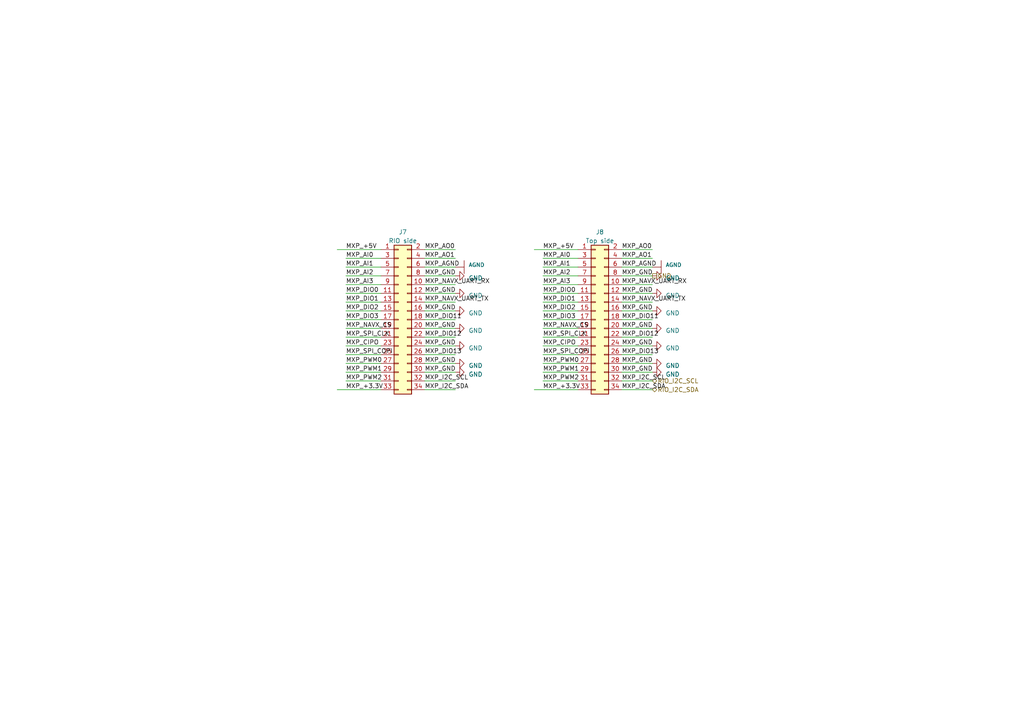
<source format=kicad_sch>
(kicad_sch (version 20230121) (generator eeschema)
  (paper "A4")
  (title_block (title "ConnectorX") (date "2023-11-14") (rev "2") (company "Evan Rust"))
  (lib_symbols
    (symbol "Connector_Generic:Conn_02x17_Odd_Even" (pin_names (offset 1.016) hide)
      (property "Reference" "J" (at 1.27 22.86 0))
      (property "Value" "Conn_02x17_Odd_Even" (at 1.27 -22.86 0))
      (symbol "Conn_02x17_Odd_Even_1_1"
        (rectangle (start -1.27 -20.193) (end 0 -20.447) (stroke (width 0.1524)))
        (rectangle (start -1.27 -17.653) (end 0 -17.907) (stroke (width 0.1524)))
        (rectangle (start -1.27 -15.113) (end 0 -15.367) (stroke (width 0.1524)))
        (rectangle (start -1.27 -12.573) (end 0 -12.827) (stroke (width 0.1524)))
        (rectangle (start -1.27 -10.033) (end 0 -10.287) (stroke (width 0.1524)))
        (rectangle (start -1.27 -7.493) (end 0 -7.747) (stroke (width 0.1524)))
        (rectangle (start -1.27 -4.953) (end 0 -5.207) (stroke (width 0.1524)))
        (rectangle (start -1.27 -2.413) (end 0 -2.667) (stroke (width 0.1524)))
        (rectangle (start -1.27 0.127) (end 0 -0.127) (stroke (width 0.1524)))
        (rectangle (start -1.27 2.667) (end 0 2.413) (stroke (width 0.1524)))
        (rectangle (start -1.27 5.207) (end 0 4.953) (stroke (width 0.1524)))
        (rectangle (start -1.27 7.747) (end 0 7.493) (stroke (width 0.1524)))
        (rectangle (start -1.27 10.287) (end 0 10.033) (stroke (width 0.1524)))
        (rectangle (start -1.27 12.827) (end 0 12.573) (stroke (width 0.1524)))
        (rectangle (start -1.27 15.367) (end 0 15.113) (stroke (width 0.1524)))
        (rectangle (start -1.27 17.907) (end 0 17.653) (stroke (width 0.1524)))
        (rectangle (start -1.27 20.447) (end 0 20.193) (stroke (width 0.1524)))
        (rectangle (start -1.27 21.59) (end 3.81 -21.59) (stroke (width 0.254)) (fill (type background)))
        (rectangle (start 3.81 -20.193) (end 2.54 -20.447) (stroke (width 0.1524)))
        (rectangle (start 3.81 -17.653) (end 2.54 -17.907) (stroke (width 0.1524)))
        (rectangle (start 3.81 -15.113) (end 2.54 -15.367) (stroke (width 0.1524)))
        (rectangle (start 3.81 -12.573) (end 2.54 -12.827) (stroke (width 0.1524)))
        (rectangle (start 3.81 -10.033) (end 2.54 -10.287) (stroke (width 0.1524)))
        (rectangle (start 3.81 -7.493) (end 2.54 -7.747) (stroke (width 0.1524)))
        (rectangle (start 3.81 -4.953) (end 2.54 -5.207) (stroke (width 0.1524)))
        (rectangle (start 3.81 -2.413) (end 2.54 -2.667) (stroke (width 0.1524)))
        (rectangle (start 3.81 0.127) (end 2.54 -0.127) (stroke (width 0.1524)))
        (rectangle (start 3.81 2.667) (end 2.54 2.413) (stroke (width 0.1524)))
        (rectangle (start 3.81 5.207) (end 2.54 4.953) (stroke (width 0.1524)))
        (rectangle (start 3.81 7.747) (end 2.54 7.493) (stroke (width 0.1524)))
        (rectangle (start 3.81 10.287) (end 2.54 10.033) (stroke (width 0.1524)))
        (rectangle (start 3.81 12.827) (end 2.54 12.573) (stroke (width 0.1524)))
        (rectangle (start 3.81 15.367) (end 2.54 15.113) (stroke (width 0.1524)))
        (rectangle (start 3.81 17.907) (end 2.54 17.653) (stroke (width 0.1524)))
        (rectangle (start 3.81 20.447) (end 2.54 20.193) (stroke (width 0.1524)))
        (pin passive line (at -5.08 20.32 0) (length 3.81) (name "Pin_1") (number "1"))
        (pin passive line (at 7.62 10.16 180) (length 3.81) (name "Pin_10") (number "10"))
        (pin passive line (at -5.08 7.62 0) (length 3.81) (name "Pin_11") (number "11"))
        (pin passive line (at 7.62 7.62 180) (length 3.81) (name "Pin_12") (number "12"))
        (pin passive line (at -5.08 5.08 0) (length 3.81) (name "Pin_13") (number "13"))
        (pin passive line (at 7.62 5.08 180) (length 3.81) (name "Pin_14") (number "14"))
        (pin passive line (at -5.08 2.54 0) (length 3.81) (name "Pin_15") (number "15"))
        (pin passive line (at 7.62 2.54 180) (length 3.81) (name "Pin_16") (number "16"))
        (pin passive line (at -5.08 0 0) (length 3.81) (name "Pin_17") (number "17"))
        (pin passive line (at 7.62 0 180) (length 3.81) (name "Pin_18") (number "18"))
        (pin passive line (at -5.08 -2.54 0) (length 3.81) (name "Pin_19") (number "19"))
        (pin passive line (at 7.62 20.32 180) (length 3.81) (name "Pin_2") (number "2"))
        (pin passive line (at 7.62 -2.54 180) (length 3.81) (name "Pin_20") (number "20"))
        (pin passive line (at -5.08 -5.08 0) (length 3.81) (name "Pin_21") (number "21"))
        (pin passive line (at 7.62 -5.08 180) (length 3.81) (name "Pin_22") (number "22"))
        (pin passive line (at -5.08 -7.62 0) (length 3.81) (name "Pin_23") (number "23"))
        (pin passive line (at 7.62 -7.62 180) (length 3.81) (name "Pin_24") (number "24"))
        (pin passive line (at -5.08 -10.16 0) (length 3.81) (name "Pin_25") (number "25"))
        (pin passive line (at 7.62 -10.16 180) (length 3.81) (name "Pin_26") (number "26"))
        (pin passive line (at -5.08 -12.7 0) (length 3.81) (name "Pin_27") (number "27"))
        (pin passive line (at 7.62 -12.7 180) (length 3.81) (name "Pin_28") (number "28"))
        (pin passive line (at -5.08 -15.24 0) (length 3.81) (name "Pin_29") (number "29"))
        (pin passive line (at -5.08 17.78 0) (length 3.81) (name "Pin_3") (number "3"))
        (pin passive line (at 7.62 -15.24 180) (length 3.81) (name "Pin_30") (number "30"))
        (pin passive line (at -5.08 -17.78 0) (length 3.81) (name "Pin_31") (number "31"))
        (pin passive line (at 7.62 -17.78 180) (length 3.81) (name "Pin_32") (number "32"))
        (pin passive line (at -5.08 -20.32 0) (length 3.81) (name "Pin_33") (number "33"))
        (pin passive line (at 7.62 -20.32 180) (length 3.81) (name "Pin_34") (number "34"))
        (pin passive line (at 7.62 17.78 180) (length 3.81) (name "Pin_4") (number "4"))
        (pin passive line (at -5.08 15.24 0) (length 3.81) (name "Pin_5") (number "5"))
        (pin passive line (at 7.62 15.24 180) (length 3.81) (name "Pin_6") (number "6"))
        (pin passive line (at -5.08 12.7 0) (length 3.81) (name "Pin_7") (number "7"))
        (pin passive line (at 7.62 12.7 180) (length 3.81) (name "Pin_8") (number "8"))
        (pin passive line (at -5.08 10.16 0) (length 3.81) (name "Pin_9") (number "9"))
      )
    )
    (symbol "SparkFun-PowerSymbols:AGND" (power) (pin_numbers hide) (pin_names (offset 1.016) hide)
      (property "Value" "AGND" (at -2.159 -5.08 0))
      (property "Footprint" "XXX-00000" (at 0 2.54 0))
      (symbol "AGND_1_0"
        (polyline (pts (xy -1.905 -2.54) (xy 1.905 -2.54)))
        (polyline (pts (xy 0 0) (xy 0 -2.54)))
      )
      (symbol "AGND_1_1"
        (pin power_in line (at 0 0 270) (length 0) hide (name "AGND") (number "~"))
      )
    )
    (symbol "power:GND" (power) (pin_names (offset 0))
      (property "Value" "GND" (at 0 -3.81 0))
      (symbol "GND_0_1"
        (polyline (pts (xy 0 0) (xy 0 -1.27) (xy 1.27 -1.27) (xy 0 -2.54) (xy -1.27 -1.27) (xy 0 -1.27)))
      )
      (symbol "GND_1_1"
        (pin power_in line (at 0 0 270) (length 0) hide (name "GND") (number "1"))
      )
    )
  )
  (wire (pts (xy 180.34 110.49) (xy 189.23 110.49)))
  (wire (pts (xy 157.48 74.93) (xy 167.64 74.93)))
  (wire (pts (xy 100.33 74.93) (xy 110.49 74.93)))
  (wire (pts (xy 180.34 100.33) (xy 189.23 100.33)))
  (wire (pts (xy 180.34 107.95) (xy 189.23 107.95)))
  (wire (pts (xy 123.19 107.95) (xy 132.08 107.95)))
  (wire (pts (xy 154.94 113.03) (xy 167.64 113.03)))
  (wire (pts (xy 154.94 72.39) (xy 167.64 72.39)))
  (wire (pts (xy 180.34 102.87) (xy 189.23 102.87)))
  (wire (pts (xy 100.33 80.01) (xy 110.49 80.01)))
  (wire (pts (xy 97.79 113.03) (xy 110.49 113.03)))
  (wire (pts (xy 123.19 95.25) (xy 132.08 95.25)))
  (wire (pts (xy 100.33 82.55) (xy 110.49 82.55)))
  (wire (pts (xy 180.34 92.71) (xy 189.23 92.71)))
  (wire (pts (xy 100.33 92.71) (xy 110.49 92.71)))
  (wire (pts (xy 100.33 100.33) (xy 110.49 100.33)))
  (wire (pts (xy 100.33 95.25) (xy 110.49 95.25)))
  (wire (pts (xy 123.19 90.17) (xy 132.08 90.17)))
  (wire (pts (xy 180.34 87.63) (xy 189.23 87.63)))
  (wire (pts (xy 157.48 105.41) (xy 167.64 105.41)))
  (wire (pts (xy 157.48 77.47) (xy 167.64 77.47)))
  (wire (pts (xy 180.34 113.03) (xy 189.23 113.03)))
  (wire (pts (xy 157.48 97.79) (xy 167.64 97.79)))
  (wire (pts (xy 100.33 77.47) (xy 110.49 77.47)))
  (wire (pts (xy 123.19 77.47) (xy 132.08 77.47)))
  (wire (pts (xy 100.33 105.41) (xy 110.49 105.41)))
  (wire (pts (xy 123.19 80.01) (xy 132.08 80.01)))
  (wire (pts (xy 123.19 74.93) (xy 132.08 74.93)))
  (wire (pts (xy 180.34 80.01) (xy 189.23 80.01)))
  (wire (pts (xy 180.34 77.47) (xy 189.23 77.47)))
  (wire (pts (xy 180.34 97.79) (xy 189.23 97.79)))
  (wire (pts (xy 123.19 85.09) (xy 132.08 85.09)))
  (wire (pts (xy 180.34 72.39) (xy 189.23 72.39)))
  (wire (pts (xy 157.48 92.71) (xy 167.64 92.71)))
  (wire (pts (xy 100.33 90.17) (xy 110.49 90.17)))
  (wire (pts (xy 100.33 102.87) (xy 110.49 102.87)))
  (wire (pts (xy 123.19 113.03) (xy 132.08 113.03)))
  (wire (pts (xy 157.48 90.17) (xy 167.64 90.17)))
  (wire (pts (xy 157.48 80.01) (xy 167.64 80.01)))
  (wire (pts (xy 180.34 105.41) (xy 189.23 105.41)))
  (wire (pts (xy 100.33 97.79) (xy 110.49 97.79)))
  (wire (pts (xy 180.34 90.17) (xy 189.23 90.17)))
  (wire (pts (xy 100.33 110.49) (xy 110.49 110.49)))
  (wire (pts (xy 157.48 102.87) (xy 167.64 102.87)))
  (wire (pts (xy 97.79 72.39) (xy 110.49 72.39)))
  (wire (pts (xy 123.19 87.63) (xy 132.08 87.63)))
  (wire (pts (xy 123.19 97.79) (xy 132.08 97.79)))
  (wire (pts (xy 100.33 107.95) (xy 110.49 107.95)))
  (wire (pts (xy 157.48 87.63) (xy 167.64 87.63)))
  (wire (pts (xy 157.48 107.95) (xy 167.64 107.95)))
  (wire (pts (xy 100.33 87.63) (xy 110.49 87.63)))
  (wire (pts (xy 157.48 82.55) (xy 167.64 82.55)))
  (wire (pts (xy 157.48 85.09) (xy 167.64 85.09)))
  (wire (pts (xy 180.34 85.09) (xy 189.23 85.09)))
  (wire (pts (xy 123.19 105.41) (xy 132.08 105.41)))
  (wire (pts (xy 123.19 72.39) (xy 132.08 72.39)))
  (wire (pts (xy 123.19 102.87) (xy 132.08 102.87)))
  (wire (pts (xy 123.19 82.55) (xy 132.08 82.55)))
  (wire (pts (xy 123.19 110.49) (xy 132.08 110.49)))
  (wire (pts (xy 180.34 82.55) (xy 189.23 82.55)))
  (wire (pts (xy 157.48 100.33) (xy 167.64 100.33)))
  (wire (pts (xy 157.48 110.49) (xy 167.64 110.49)))
  (wire (pts (xy 100.33 85.09) (xy 110.49 85.09)))
  (wire (pts (xy 123.19 92.71) (xy 132.08 92.71)))
  (wire (pts (xy 157.48 95.25) (xy 167.64 95.25)))
  (wire (pts (xy 180.34 95.25) (xy 189.23 95.25)))
  (wire (pts (xy 123.19 100.33) (xy 132.08 100.33)))
  (wire (pts (xy 180.34 74.93) (xy 189.23 74.93)))
  (label "MXP_AI1" (at 100.33 77.47 0))
  (label "MXP_+5V" (at 157.48 72.39 0))
  (label "MXP_SPI_COPI" (at 157.48 102.87 0))
  (label "MXP_AI0" (at 100.33 74.93 0))
  (label "MXP_PWM2" (at 157.48 110.49 0))
  (label "MXP_+5V" (at 100.33 72.39 0))
  (label "MXP_SPI_COPI" (at 100.33 102.87 0))
  (label "MXP_GND" (at 180.34 107.95 0))
  (label "MXP_NAVX_UART_RX" (at 123.19 82.55 0))
  (label "MXP_PWM1" (at 100.33 107.95 0))
  (label "MXP_I2C_SCL" (at 180.34 110.49 0))
  (label "MXP_GND" (at 180.34 105.41 0))
  (label "MXP_DIO13" (at 180.34 102.87 0))
  (label "MXP_AO0" (at 123.19 72.39 0))
  (label "MXP_DIO1" (at 100.33 87.63 0))
  (label "MXP_DIO2" (at 100.33 90.17 0))
  (label "MXP_AI3" (at 157.48 82.55 0))
  (label "MXP_SPI_CLK" (at 157.48 97.79 0))
  (label "MXP_DIO2" (at 157.48 90.17 0))
  (label "MXP_PWM0" (at 100.33 105.41 0))
  (label "MXP_AGND" (at 123.19 77.47 0))
  (label "MXP_DIO0" (at 100.33 85.09 0))
  (label "MXP_NAVX_CS" (at 157.48 95.25 0))
  (label "MXP_AI2" (at 157.48 80.01 0))
  (label "MXP_DIO12" (at 180.34 97.79 0))
  (label "MXP_NAVX_UART_TX" (at 180.34 87.63 0))
  (label "MXP_GND" (at 123.19 85.09 0))
  (label "MXP_GND" (at 123.19 107.95 0))
  (label "MXP_GND" (at 180.34 85.09 0))
  (label "MXP_I2C_SDA" (at 123.19 113.03 0))
  (label "MXP_AO1" (at 180.34 74.93 0))
  (label "MXP_AO0" (at 180.34 72.39 0))
  (label "MXP_DIO3" (at 100.33 92.71 0))
  (label "MXP_GND" (at 180.34 80.01 0))
  (label "MXP_DIO12" (at 123.19 97.79 0))
  (label "MXP_AI1" (at 157.48 77.47 0))
  (label "MXP_GND" (at 123.19 90.17 0))
  (label "MXP_SPI_CLK" (at 100.33 97.79 0))
  (label "MXP_AI2" (at 100.33 80.01 0))
  (label "MXP_DIO0" (at 157.48 85.09 0))
  (label "MXP_CIPO" (at 157.48 100.33 0))
  (label "MXP_NAVX_UART_TX" (at 123.19 87.63 0))
  (label "MXP_AI3" (at 100.33 82.55 0))
  (label "MXP_GND" (at 123.19 95.25 0))
  (label "MXP_GND" (at 123.19 105.41 0))
  (label "MXP_GND" (at 180.34 90.17 0))
  (label "MXP_GND" (at 180.34 100.33 0))
  (label "MXP_GND" (at 180.34 95.25 0))
  (label "MXP_+3.3V" (at 157.48 113.03 0))
  (label "MXP_PWM1" (at 157.48 107.95 0))
  (label "MXP_GND" (at 123.19 100.33 0))
  (label "MXP_DIO13" (at 123.19 102.87 0))
  (label "MXP_AO1" (at 123.19 74.93 0))
  (label "MXP_+3.3V" (at 100.33 113.03 0))
  (label "MXP_DIO11" (at 123.19 92.71 0))
  (label "MXP_GND" (at 123.19 80.01 0))
  (label "MXP_I2C_SDA" (at 180.34 113.03 0))
  (label "MXP_NAVX_UART_RX" (at 180.34 82.55 0))
  (label "MXP_AGND" (at 180.34 77.47 0))
  (label "MXP_CIPO" (at 100.33 100.33 0))
  (label "MXP_I2C_SCL" (at 123.19 110.49 0))
  (label "MXP_PWM2" (at 100.33 110.49 0))
  (label "MXP_AI0" (at 157.48 74.93 0))
  (label "MXP_DIO11" (at 180.34 92.71 0))
  (label "MXP_NAVX_CS" (at 100.33 95.25 0))
  (label "MXP_PWM0" (at 157.48 105.41 0))
  (label "MXP_DIO3" (at 157.48 92.71 0))
  (label "MXP_DIO1" (at 157.48 87.63 0))
  (hierarchical_label "GND" (shape passive) (at 189.23 80.01 0))
  (hierarchical_label "RIO_I2C_SCL" (shape bidirectional) (at 189.23 110.49 0))
  (hierarchical_label "RIO_I2C_SDA" (shape bidirectional) (at 189.23 113.03 0))
  (symbol (lib_id "power:GND") (at 132.08 85.09 90) (unit 1)
    (property "Reference" "#PWR028" (effects hide))
    (property "Value" "GND" (at 135.89 85.725 90) (effects (justify right)))
    (instances (project "ConnectorX" (path "" (reference "#PWR028") (unit 1))) (project "FRC_5690_Common_PCB" (path "" (reference "#PWR08") (unit 1))))
  )
  (symbol (lib_id "power:GND") (at 189.23 107.95 90) (unit 1)
    (property "Reference" "#PWR040" (effects hide))
    (property "Value" "GND" (at 193.04 108.585 90) (effects (justify right)))
    (instances (project "ConnectorX" (path "" (reference "#PWR040") (unit 1))) (project "FRC_5690_Common_PCB" (path "" (reference "#PWR018") (unit 1))))
  )
  (symbol (lib_id "power:GND") (at 132.08 80.01 90) (unit 1)
    (property "Reference" "#PWR027" (effects hide))
    (property "Value" "GND" (at 135.89 80.645 90) (effects (justify right)))
    (instances (project "ConnectorX" (path "" (reference "#PWR027") (unit 1))) (project "FRC_5690_Common_PCB" (path "" (reference "#PWR09") (unit 1))))
  )
  (symbol (lib_id "SparkFun-PowerSymbols:AGND") (at 189.23 77.47 90) (unit 1)
    (property "Reference" "#M02" (effects hide))
    (property "Value" "AGND" (at 193.04 76.835 90) (effects (font (size 1.143 1.143)) (justify right)))
    (property "Footprint" "XXX-00000" (effects hide))
  )
  (symbol (lib_id "power:GND") (at 189.23 100.33 90) (unit 1)
    (property "Reference" "#PWR038" (effects hide))
    (property "Value" "GND" (at 193.04 100.965 90) (effects (justify right)))
    (instances (project "ConnectorX" (path "" (reference "#PWR038") (unit 1))) (project "FRC_5690_Common_PCB" (path "" (reference "#PWR016") (unit 1))))
  )
  (symbol (lib_id "Connector_Generic:Conn_02x17_Odd_Even") (at 172.72 92.71 0) (unit 1)
    (property "Reference" "J8" (at 173.99 67.31 0))
    (property "Value" "Top side" (at 173.99 69.85 0))
    (property "Footprint" "Connector_PinHeader_2.54mm:PinHeader_2x17_P2.54mm_Vertical" (effects hide))
    (instances (project "ConnectorX" (path "" (reference "J8") (unit 1))) (project "FRC_5690_Common_PCB" (path "" (reference "J6") (unit 1))))
  )
  (symbol (lib_id "Connector_Generic:Conn_02x17_Odd_Even") (at 115.57 92.71 0) (unit 1)
    (property "Reference" "J7" (at 116.84 67.31 0))
    (property "Value" "RIO side" (at 116.84 69.85 0))
    (property "Footprint" "Connector_PinSocket_2.54mm:PinSocket_2x17_P2.54mm_Vertical" (effects hide))
    (instances (project "ConnectorX" (path "" (reference "J7") (unit 1))) (project "FRC_5690_Common_PCB" (path "" (reference "J5") (unit 1))))
  )
  (symbol (lib_id "power:GND") (at 189.23 85.09 90) (unit 1)
    (property "Reference" "#PWR035" (effects hide))
    (property "Value" "GND" (at 193.04 85.725 90) (effects (justify right)))
    (instances (project "ConnectorX" (path "" (reference "#PWR035") (unit 1))) (project "FRC_5690_Common_PCB" (path "" (reference "#PWR013") (unit 1))))
  )
  (symbol (lib_id "power:GND") (at 132.08 105.41 90) (unit 1)
    (property "Reference" "#PWR032" (effects hide))
    (property "Value" "GND" (at 135.89 106.045 90) (effects (justify right)))
    (instances (project "ConnectorX" (path "" (reference "#PWR032") (unit 1))) (project "FRC_5690_Common_PCB" (path "" (reference "#PWR04") (unit 1))))
  )
  (symbol (lib_id "power:GND") (at 132.08 95.25 90) (unit 1)
    (property "Reference" "#PWR030" (effects hide))
    (property "Value" "GND" (at 135.89 95.885 90) (effects (justify right)))
    (instances (project "ConnectorX" (path "" (reference "#PWR030") (unit 1))) (project "FRC_5690_Common_PCB" (path "" (reference "#PWR06") (unit 1))))
  )
  (symbol (lib_id "power:GND") (at 189.23 90.17 90) (unit 1)
    (property "Reference" "#PWR036" (effects hide))
    (property "Value" "GND" (at 193.04 90.805 90) (effects (justify right)))
    (instances (project "ConnectorX" (path "" (reference "#PWR036") (unit 1))) (project "FRC_5690_Common_PCB" (path "" (reference "#PWR014") (unit 1))))
  )
  (symbol (lib_id "power:GND") (at 132.08 107.95 90) (unit 1)
    (property "Reference" "#PWR033" (effects hide))
    (property "Value" "GND" (at 135.89 108.585 90) (effects (justify right)))
    (instances (project "ConnectorX" (path "" (reference "#PWR033") (unit 1))) (project "FRC_5690_Common_PCB" (path "" (reference "#PWR03") (unit 1))))
  )
  (symbol (lib_id "SparkFun-PowerSymbols:AGND") (at 132.08 77.47 90) (unit 1)
    (property "Reference" "#M01" (effects hide))
    (property "Value" "AGND" (at 135.89 76.835 90) (effects (font (size 1.143 1.143)) (justify right)))
    (property "Footprint" "XXX-00000" (effects hide))
  )
  (symbol (lib_id "power:GND") (at 132.08 100.33 90) (unit 1)
    (property "Reference" "#PWR031" (effects hide))
    (property "Value" "GND" (at 135.89 100.965 90) (effects (justify right)))
    (instances (project "ConnectorX" (path "" (reference "#PWR031") (unit 1))) (project "FRC_5690_Common_PCB" (path "" (reference "#PWR05") (unit 1))))
  )
  (symbol (lib_id "power:GND") (at 132.08 90.17 90) (unit 1)
    (property "Reference" "#PWR029" (effects hide))
    (property "Value" "GND" (at 135.89 90.805 90) (effects (justify right)))
    (instances (project "ConnectorX" (path "" (reference "#PWR029") (unit 1))) (project "FRC_5690_Common_PCB" (path "" (reference "#PWR07") (unit 1))))
  )
  (symbol (lib_id "power:GND") (at 189.23 80.01 90) (unit 1)
    (property "Reference" "#PWR034" (effects hide))
    (property "Value" "GND" (at 193.04 80.645 90) (effects (justify right)))
    (instances (project "ConnectorX" (path "" (reference "#PWR034") (unit 1))) (project "FRC_5690_Common_PCB" (path "" (reference "#PWR012") (unit 1))))
  )
  (symbol (lib_id "power:GND") (at 189.23 95.25 90) (unit 1)
    (property "Reference" "#PWR037" (effects hide))
    (property "Value" "GND" (at 193.04 95.885 90) (effects (justify right)))
    (instances (project "ConnectorX" (path "" (reference "#PWR037") (unit 1))) (project "FRC_5690_Common_PCB" (path "" (reference "#PWR015") (unit 1))))
  )
  (symbol (lib_id "power:GND") (at 189.23 105.41 90) (unit 1)
    (property "Reference" "#PWR039" (effects hide))
    (property "Value" "GND" (at 193.04 106.045 90) (effects (justify right)))
    (instances (project "ConnectorX" (path "" (reference "#PWR039") (unit 1))) (project "FRC_5690_Common_PCB" (path "" (reference "#PWR017") (unit 1))))
  )
)
</source>
